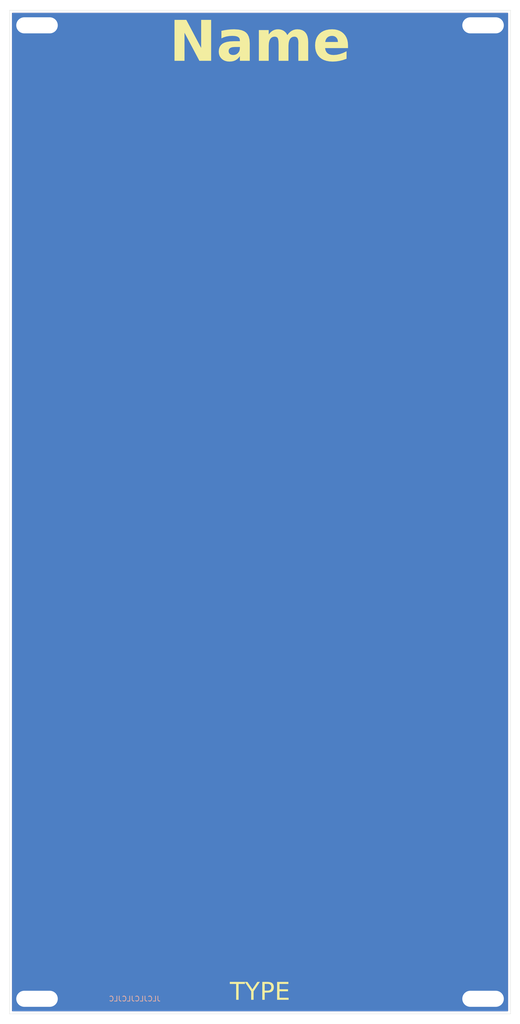
<source format=kicad_pcb>
(kicad_pcb (version 20240108) (generator "pcbnew") (generator_version "8.0")
  (title_block (title "Kosmo Format Front Panel - 10 cm") (company "DMH Instruments"))
  (layers (0 "F.Cu" signal) (31 "B.Cu" signal) (34 "B.Paste" user) (35 "F.Paste" user) (36 "B.SilkS" user "B.Silkscreen") (37 "F.SilkS" user "F.Silkscreen") (38 "B.Mask" user) (39 "F.Mask" user) (44 "Edge.Cuts" user))
  (net 0 "")
  (net 1 "GND")
  (footprint "SynthStuff:MountingHole_Slotted_Rails" (layer "F.Cu") (at 55.5 227)
    (property "Reference" "H3")
    (property "Value" "MountingHole_Rails")
    (pad "1" thru_hole oval (at 0 0) (size 9.08 4) (drill oval 8.28 3.2) (layers "*.Cu" "*.Mask") (net 1 "GND"))
  )
  (footprint "SynthStuff:MountingHole_Slotted_Rails" (layer "F.Cu") (at 144.5 33)
    (property "Reference" "H2")
    (property "Value" "MountingHole_Rails")
    (pad "1" thru_hole oval (at 0 0) (size 9.08 4) (drill oval 8.28 3.2) (layers "*.Cu" "*.Mask") (net 1 "GND"))
  )
  (footprint "SynthStuff:MountingHole_Slotted_Rails" (layer "F.Cu") (at 144.5 227)
    (property "Reference" "H4")
    (property "Value" "MountingHole_Rails")
    (pad "1" thru_hole oval (at 0 0) (size 9.08 4) (drill oval 8.28 3.2) (layers "*.Cu" "*.Mask") (net 1 "GND"))
  )
  (footprint "SynthStuff:MountingHole_Slotted_Rails" (layer "F.Cu") (at 55.5 33)
    (property "Reference" "H1")
    (property "Value" "MountingHole_Rails")
    (pad "1" thru_hole oval (at 0 0) (size 9.08 4) (drill oval 8.28 3.2) (layers "*.Cu" "*.Mask") (net 1 "GND"))
  )
  (gr_rect (start 50 30) (end 150 230) (stroke (width 0.05)) (fill none) (layer "Edge.Cuts"))
  (gr_text "JLCJLCJLCJLC" (at 75 227 0) (layer "B.SilkS") (effects (font (size 1 1)) (justify mirror)))
  (gr_text "Name" (at 100 36.75 0) (layer "F.SilkS") (effects (font (size 8 8) (thickness 0.8) (bold yes))))
  (gr_text "TYPE" (at 100 225.75 0) (layer "F.SilkS") (effects (font (size 3.5 3.5) (thickness 0.875))))
  (zone (net 1) (net_name "GND") (layers "F&B.Cu") (name "GroundPlane") (connect_pads yes (clearance 0.5)) (min_thickness 0.25) (fill yes (thermal_gap 0.5) (thermal_bridge_width 0.5))
    (polygon (pts (xy 50 30) (xy 150 30.5) (xy 150 230.5) (xy 50 230)))
  )
)
</source>
